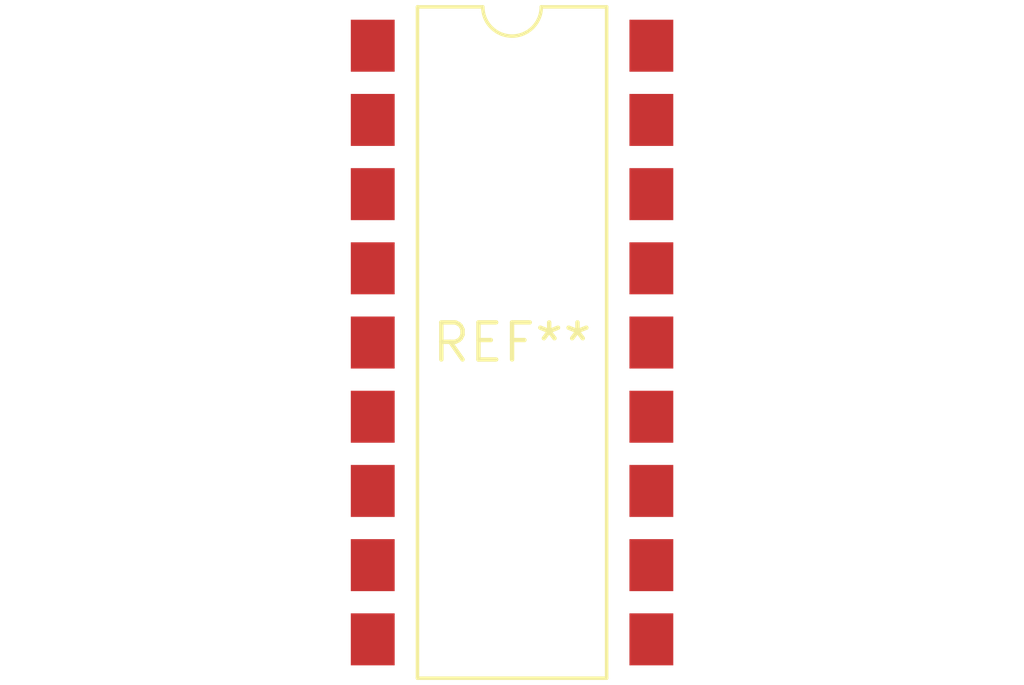
<source format=kicad_pcb>
(kicad_pcb (version 20240108) (generator pcbnew)
  (layers (0 "F.Cu" signal) (31 "B.Cu" signal) (34 "B.Paste" user) (35 "F.Paste" user) (36 "B.SilkS" user "B.Silkscreen") (37 "F.SilkS" user "F.Silkscreen") (38 "B.Mask" user) (39 "F.Mask" user) (44 "Edge.Cuts" user))
  (net 0 "")
  (footprint "SMDIP-18_W9.53mm_Clearance8mm" (layer "F.Cu") (at 0 0)
    (property "Reference" "REF**")
    (property "Value" "SMDIP-18_W9.53mm_Clearance8mm")
    (fp_line (start -3.235 -11.49) (end -3.235 11.49) (layer "F.SilkS") (stroke (width 0.12)))
    (fp_line (start -3.235 11.49) (end 3.235 11.49) (layer "F.SilkS") (stroke (width 0.12)))
    (fp_line (start -1 -11.49) (end -3.235 -11.49) (layer "F.SilkS") (stroke (width 0.12)))
    (fp_line (start 3.235 -11.49) (end 1 -11.49) (layer "F.SilkS") (stroke (width 0.12)))
    (fp_line (start 3.235 11.49) (end 3.235 -11.49) (layer "F.SilkS") (stroke (width 0.12)))
    (fp_arc (start 1 -11.49) (mid 0 -10.49) (end -1 -11.49) (layer "F.SilkS") (stroke (width 0.12)))
    (pad "1" smd rect (at -4.765 -10.16) (size 1.5 1.78) (layers "F.Cu" "F.Paste" "F.Mask"))
    (pad "2" smd rect (at -4.765 -7.62) (size 1.5 1.78) (layers "F.Cu" "F.Paste" "F.Mask"))
    (pad "3" smd rect (at -4.765 -5.08) (size 1.5 1.78) (layers "F.Cu" "F.Paste" "F.Mask"))
    (pad "4" smd rect (at -4.765 -2.54) (size 1.5 1.78) (layers "F.Cu" "F.Paste" "F.Mask"))
    (pad "5" smd rect (at -4.765 0) (size 1.5 1.78) (layers "F.Cu" "F.Paste" "F.Mask"))
    (pad "6" smd rect (at -4.765 2.54) (size 1.5 1.78) (layers "F.Cu" "F.Paste" "F.Mask"))
    (pad "7" smd rect (at -4.765 5.08) (size 1.5 1.78) (layers "F.Cu" "F.Paste" "F.Mask"))
    (pad "8" smd rect (at -4.765 7.62) (size 1.5 1.78) (layers "F.Cu" "F.Paste" "F.Mask"))
    (pad "9" smd rect (at -4.765 10.16) (size 1.5 1.78) (layers "F.Cu" "F.Paste" "F.Mask"))
    (pad "10" smd rect (at 4.765 10.16) (size 1.5 1.78) (layers "F.Cu" "F.Paste" "F.Mask"))
    (pad "11" smd rect (at 4.765 7.62) (size 1.5 1.78) (layers "F.Cu" "F.Paste" "F.Mask"))
    (pad "12" smd rect (at 4.765 5.08) (size 1.5 1.78) (layers "F.Cu" "F.Paste" "F.Mask"))
    (pad "13" smd rect (at 4.765 2.54) (size 1.5 1.78) (layers "F.Cu" "F.Paste" "F.Mask"))
    (pad "14" smd rect (at 4.765 0) (size 1.5 1.78) (layers "F.Cu" "F.Paste" "F.Mask"))
    (pad "15" smd rect (at 4.765 -2.54) (size 1.5 1.78) (layers "F.Cu" "F.Paste" "F.Mask"))
    (pad "16" smd rect (at 4.765 -5.08) (size 1.5 1.78) (layers "F.Cu" "F.Paste" "F.Mask"))
    (pad "17" smd rect (at 4.765 -7.62) (size 1.5 1.78) (layers "F.Cu" "F.Paste" "F.Mask"))
    (pad "18" smd rect (at 4.765 -10.16) (size 1.5 1.78) (layers "F.Cu" "F.Paste" "F.Mask"))
  )
)
</source>
